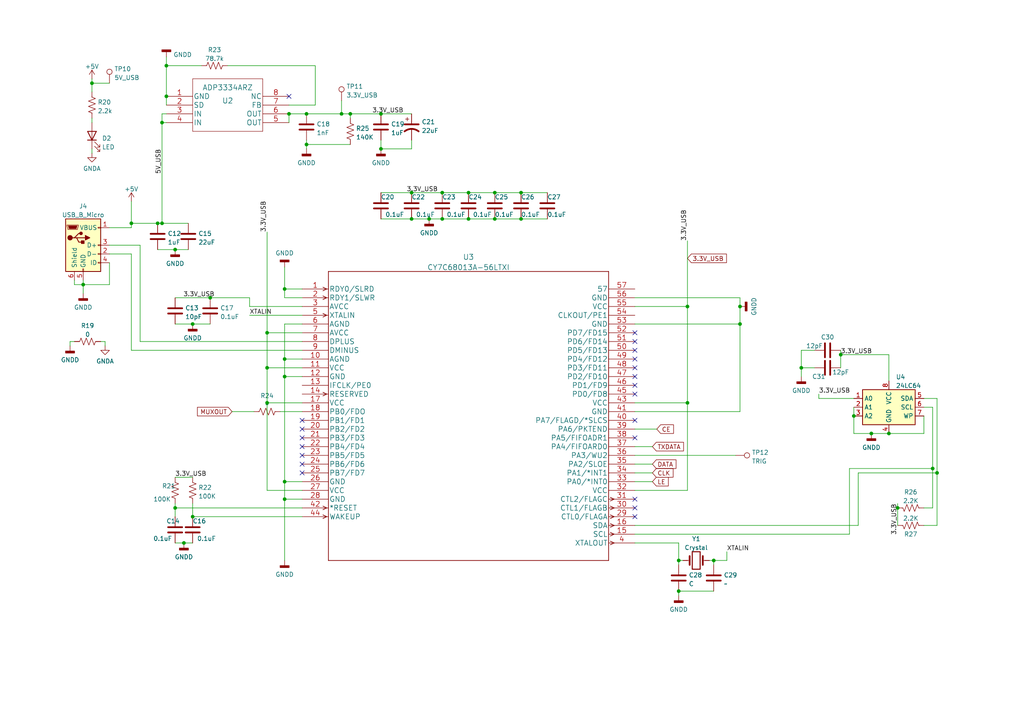
<source format=kicad_sch>
(kicad_sch (version 20211123) (generator eeschema)
  (paper "A4")
  (lib_symbols
    (symbol "2022-04-18_07-41-48:CY7C68013A-56LTXI" (pin_names (offset 0.254))
      (property "Reference" "U" (at 48.26 10.16 0))
      (property "Value" "CY7C68013A-56LTXI" (at 48.26 7.62 0))
      (symbol "CY7C68013A-56LTXI_1_1"
        (polyline (pts (xy 7.112 -66.04) (xy 6.0452 -66.548)) (stroke (width 0.2032)))
        (polyline (pts (xy 7.112 -66.04) (xy 6.0452 -65.532)) (stroke (width 0.2032)))
        (polyline (pts (xy 7.112 -63.5) (xy 6.0452 -64.008)) (stroke (width 0.2032)))
        (polyline (pts (xy 7.112 -63.5) (xy 6.0452 -62.992)) (stroke (width 0.2032)))
        (polyline (pts (xy 7.112 -30.48) (xy 6.0452 -30.988)) (stroke (width 0.2032)))
        (polyline (pts (xy 7.112 -30.48) (xy 6.0452 -29.972)) (stroke (width 0.2032)))
        (polyline (pts (xy 7.112 -7.62) (xy 6.0452 -8.128)) (stroke (width 0.2032)))
        (polyline (pts (xy 7.112 -7.62) (xy 6.0452 -7.112)) (stroke (width 0.2032)))
        (polyline (pts (xy 7.112 -2.54) (xy 6.0452 -3.048)) (stroke (width 0.2032)))
        (polyline (pts (xy 7.112 -2.54) (xy 6.0452 -2.032)) (stroke (width 0.2032)))
        (polyline (pts (xy 7.112 0) (xy 6.0452 -0.508)) (stroke (width 0.2032)))
        (polyline (pts (xy 7.112 0) (xy 6.0452 0.508)) (stroke (width 0.2032)))
        (polyline (pts (xy 7.62 -78.74) (xy 88.9 -78.74)) (stroke (width 0.2032)))
        (polyline (pts (xy 7.62 5.08) (xy 7.62 -78.74)) (stroke (width 0.2032)))
        (polyline (pts (xy 88.9 -78.74) (xy 88.9 5.08)) (stroke (width 0.2032)))
        (polyline (pts (xy 88.9 5.08) (xy 7.62 5.08)) (stroke (width 0.2032)))
        (polyline (pts (xy 89.408 -74.168) (xy 90.4748 -73.66)) (stroke (width 0.2032)))
        (polyline (pts (xy 89.408 -73.152) (xy 90.4748 -73.66)) (stroke (width 0.2032)))
        (polyline (pts (xy 89.408 -71.628) (xy 90.4748 -71.12)) (stroke (width 0.2032)))
        (polyline (pts (xy 89.408 -70.612) (xy 90.4748 -71.12)) (stroke (width 0.2032)))
        (polyline (pts (xy 89.408 -69.088) (xy 90.4748 -68.58)) (stroke (width 0.2032)))
        (polyline (pts (xy 89.408 -68.072) (xy 90.4748 -68.58)) (stroke (width 0.2032)))
        (polyline (pts (xy 89.408 -66.548) (xy 90.4748 -66.04)) (stroke (width 0.2032)))
        (polyline (pts (xy 89.408 -65.532) (xy 90.4748 -66.04)) (stroke (width 0.2032)))
        (polyline (pts (xy 89.408 -64.008) (xy 90.4748 -63.5)) (stroke (width 0.2032)))
        (polyline (pts (xy 89.408 -62.992) (xy 90.4748 -63.5)) (stroke (width 0.2032)))
        (polyline (pts (xy 89.408 -61.468) (xy 90.4748 -60.96)) (stroke (width 0.2032)))
        (polyline (pts (xy 89.408 -60.452) (xy 90.4748 -60.96)) (stroke (width 0.2032)))
        (pin input line (at 0 0 0) (length 7.62) (name "RDY0/SLRD") (number "1"))
        (pin power_in line (at 0 -20.32 0) (length 7.62) (name "AGND") (number "10"))
        (pin power_in line (at 0 -22.86 0) (length 7.62) (name "VCC") (number "11"))
        (pin power_in line (at 0 -25.4 0) (length 7.62) (name "GND") (number "12"))
        (pin unspecified line (at 0 -27.94 0) (length 7.62) (name "IFCLK/PE0") (number "13"))
        (pin input line (at 0 -30.48 0) (length 7.62) (name "RESERVED") (number "14"))
        (pin output line (at 96.52 -71.12 180) (length 7.62) (name "SCL") (number "15"))
        (pin output line (at 96.52 -68.58 180) (length 7.62) (name "SDA") (number "16"))
        (pin power_in line (at 0 -33.02 0) (length 7.62) (name "VCC") (number "17"))
        (pin unspecified line (at 0 -35.56 0) (length 7.62) (name "PB0/FDO") (number "18"))
        (pin unspecified line (at 0 -38.1 0) (length 7.62) (name "PB1/FD1") (number "19"))
        (pin input line (at 0 -2.54 0) (length 7.62) (name "RDY1/SLWR") (number "2"))
        (pin unspecified line (at 0 -40.64 0) (length 7.62) (name "PB2/FD2") (number "20"))
        (pin unspecified line (at 0 -43.18 0) (length 7.62) (name "PB3/FD3") (number "21"))
        (pin unspecified line (at 0 -45.72 0) (length 7.62) (name "PB4/FD4") (number "22"))
        (pin unspecified line (at 0 -48.26 0) (length 7.62) (name "PB5/FD5") (number "23"))
        (pin unspecified line (at 0 -50.8 0) (length 7.62) (name "PB6/FD6") (number "24"))
        (pin unspecified line (at 0 -53.34 0) (length 7.62) (name "PB7/FD7") (number "25"))
        (pin power_in line (at 0 -55.88 0) (length 7.62) (name "GND") (number "26"))
        (pin power_in line (at 0 -58.42 0) (length 7.62) (name "VCC") (number "27"))
        (pin power_in line (at 0 -60.96 0) (length 7.62) (name "GND") (number "28"))
        (pin output line (at 96.52 -66.04 180) (length 7.62) (name "CTL0/FLAGA") (number "29"))
        (pin power_in line (at 0 -5.08 0) (length 7.62) (name "AVCC") (number "3"))
        (pin output line (at 96.52 -63.5 180) (length 7.62) (name "CTL1/FLAGB") (number "30"))
        (pin output line (at 96.52 -60.96 180) (length 7.62) (name "CTL2/FLAGC") (number "31"))
        (pin power_in line (at 96.52 -58.42 180) (length 7.62) (name "VCC") (number "32"))
        (pin unspecified line (at 96.52 -55.88 180) (length 7.62) (name "PA0/*INT0") (number "33"))
        (pin unspecified line (at 96.52 -53.34 180) (length 7.62) (name "PA1/*INT1") (number "34"))
        (pin unspecified line (at 96.52 -50.8 180) (length 7.62) (name "PA2/SLOE") (number "35"))
        (pin unspecified line (at 96.52 -48.26 180) (length 7.62) (name "PA3/WU2") (number "36"))
        (pin unspecified line (at 96.52 -45.72 180) (length 7.62) (name "PA4/FIFOARD0") (number "37"))
        (pin unspecified line (at 96.52 -43.18 180) (length 7.62) (name "PA5/FIFOADR1") (number "38"))
        (pin unspecified line (at 96.52 -40.64 180) (length 7.62) (name "PA6/PKTEND") (number "39"))
        (pin output line (at 96.52 -73.66 180) (length 7.62) (name "XTALOUT") (number "4"))
        (pin unspecified line (at 96.52 -38.1 180) (length 7.62) (name "PA7/FLAGD/*SLCS") (number "40"))
        (pin power_in line (at 96.52 -35.56 180) (length 7.62) (name "GND") (number "41"))
        (pin input line (at 0 -63.5 0) (length 7.62) (name "*RESET") (number "42"))
        (pin power_in line (at 96.52 -33.02 180) (length 7.62) (name "VCC") (number "43"))
        (pin input line (at 0 -66.04 0) (length 7.62) (name "WAKEUP") (number "44"))
        (pin unspecified line (at 96.52 -30.48 180) (length 7.62) (name "PD0/FD8") (number "45"))
        (pin unspecified line (at 96.52 -27.94 180) (length 7.62) (name "PD1/FD9") (number "46"))
        (pin unspecified line (at 96.52 -25.4 180) (length 7.62) (name "PD2/FD10") (number "47"))
        (pin unspecified line (at 96.52 -22.86 180) (length 7.62) (name "PD3/FD11") (number "48"))
        (pin unspecified line (at 96.52 -20.32 180) (length 7.62) (name "PD4/FD12") (number "49"))
        (pin input line (at 0 -7.62 0) (length 7.62) (name "XTALIN") (number "5"))
        (pin unspecified line (at 96.52 -17.78 180) (length 7.62) (name "PD5/FD13") (number "50"))
        (pin unspecified line (at 96.52 -15.24 180) (length 7.62) (name "PD6/FD14") (number "51"))
        (pin unspecified line (at 96.52 -12.7 180) (length 7.62) (name "PD7/FD15") (number "52"))
        (pin power_in line (at 96.52 -10.16 180) (length 7.62) (name "GND") (number "53"))
        (pin unspecified line (at 96.52 -7.62 180) (length 7.62) (name "CLKOUT/PE1") (number "54"))
        (pin power_in line (at 96.52 -5.08 180) (length 7.62) (name "VCC") (number "55"))
        (pin power_in line (at 96.52 -2.54 180) (length 7.62) (name "GND") (number "56"))
        (pin unspecified line (at 96.52 0 180) (length 7.62) (name "57") (number "57"))
        (pin power_in line (at 0 -10.16 0) (length 7.62) (name "AGND") (number "6"))
        (pin power_in line (at 0 -12.7 0) (length 7.62) (name "AVCC") (number "7"))
        (pin unspecified line (at 0 -15.24 0) (length 7.62) (name "DPLUS") (number "8"))
        (pin unspecified line (at 0 -17.78 0) (length 7.62) (name "DMINUS") (number "9"))
      )
    )
    (symbol "2022-04-18_08-02-53:ADP3334ARZ" (pin_names (offset 0.254))
      (property "Reference" "U?" (at 17.78 -1.27 0))
      (property "Value" "ADP3334ARZ" (at 17.78 2.54 0))
      (symbol "ADP3334ARZ_1_1"
        (polyline (pts (xy 7.62 -10.16) (xy 27.94 -10.16)) (stroke (width 0.127)))
        (polyline (pts (xy 7.62 5.08) (xy 7.62 -10.16)) (stroke (width 0.127)))
        (polyline (pts (xy 27.94 -10.16) (xy 27.94 5.08)) (stroke (width 0.127)))
        (polyline (pts (xy 27.94 5.08) (xy 7.62 5.08)) (stroke (width 0.127)))
        (pin unspecified line (at 0 0 0) (length 7.62) (name "GND") (number "1"))
        (pin unspecified line (at 0 -2.54 0) (length 7.62) (name "SD") (number "2"))
        (pin unspecified line (at 0 -5.08 0) (length 7.62) (name "IN") (number "3"))
        (pin unspecified line (at 0 -7.62 0) (length 7.62) (name "IN") (number "4"))
        (pin unspecified line (at 35.56 -7.62 180) (length 7.62) (name "OUT") (number "5"))
        (pin unspecified line (at 35.56 -5.08 180) (length 7.62) (name "OUT") (number "6"))
        (pin unspecified line (at 35.56 -2.54 180) (length 7.62) (name "FB") (number "7"))
        (pin unspecified line (at 35.56 0 180) (length 7.62) (name "NC") (number "8"))
      )
    )
    (symbol "Connector:TestPoint" (pin_numbers hide) (pin_names (offset 0.762) hide)
      (property "Reference" "TP" (at 0 6.858 0))
      (property "Value" "TestPoint" (at 0 5.08 0))
      (symbol "TestPoint_0_1"
        (circle (center 0 3.302) (radius 0.762))
      )
      (symbol "TestPoint_1_1"
        (pin passive line (at 0 0 90) (length 2.54) (name "1") (number "1"))
      )
    )
    (symbol "Connector:USB_B_Micro" (pin_names (offset 1.016))
      (property "Reference" "J" (at -5.08 11.43 0))
      (property "Value" "USB_B_Micro" (at -5.08 8.89 0))
      (symbol "USB_B_Micro_0_1"
        (rectangle (start -5.08 -7.62) (end 5.08 7.62) (stroke (width 0.254)) (fill (type background)))
        (circle (center -3.81 2.159) (radius 0.635) (stroke (width 0.254)) (fill (type outline)))
        (circle (center -0.635 3.429) (radius 0.381) (stroke (width 0.254)) (fill (type outline)))
        (rectangle (start -0.127 -7.62) (end 0.127 -6.858))
        (polyline (pts (xy -1.905 2.159) (xy 0.635 2.159)) (stroke (width 0.254)))
        (polyline (pts (xy -3.175 2.159) (xy -2.54 2.159) (xy -1.27 3.429) (xy -0.635 3.429)) (stroke (width 0.254)))
        (polyline (pts (xy -2.54 2.159) (xy -1.905 2.159) (xy -1.27 0.889) (xy 0 0.889)) (stroke (width 0.254)))
        (polyline (pts (xy 0.635 2.794) (xy 0.635 1.524) (xy 1.905 2.159) (xy 0.635 2.794)) (stroke (width 0.254)) (fill (type outline)))
        (polyline (pts (xy -4.318 5.588) (xy -1.778 5.588) (xy -2.032 4.826) (xy -4.064 4.826) (xy -4.318 5.588)) (fill (type outline)))
        (polyline (pts (xy -4.699 5.842) (xy -4.699 5.588) (xy -4.445 4.826) (xy -4.445 4.572) (xy -1.651 4.572) (xy -1.651 4.826) (xy -1.397 5.588) (xy -1.397 5.842) (xy -4.699 5.842)))
        (rectangle (start 0.254 1.27) (end -0.508 0.508) (stroke (width 0.254)) (fill (type outline)))
        (rectangle (start 5.08 -5.207) (end 4.318 -4.953))
        (rectangle (start 5.08 -2.667) (end 4.318 -2.413))
        (rectangle (start 5.08 -0.127) (end 4.318 0.127))
        (rectangle (start 5.08 4.953) (end 4.318 5.207))
      )
      (symbol "USB_B_Micro_1_1"
        (pin power_out line (at 7.62 5.08 180) (length 2.54) (name "VBUS") (number "1"))
        (pin bidirectional line (at 7.62 -2.54 180) (length 2.54) (name "D-") (number "2"))
        (pin bidirectional line (at 7.62 0 180) (length 2.54) (name "D+") (number "3"))
        (pin passive line (at 7.62 -5.08 180) (length 2.54) (name "ID") (number "4"))
        (pin power_out line (at 0 -10.16 90) (length 2.54) (name "GND") (number "5"))
        (pin passive line (at -2.54 -10.16 90) (length 2.54) (name "Shield") (number "6"))
      )
    )
    (symbol "Device:C" (pin_numbers hide) (pin_names (offset 0.254))
      (property "Reference" "C" (at 0.635 2.54 0))
      (property "Value" "C" (at 0.635 -2.54 0))
      (symbol "C_0_1"
        (polyline (pts (xy -2.032 -0.762) (xy 2.032 -0.762)) (stroke (width 0.508)))
        (polyline (pts (xy -2.032 0.762) (xy 2.032 0.762)) (stroke (width 0.508)))
      )
      (symbol "C_1_1"
        (pin passive line (at 0 3.81 270) (length 2.794) (name "~") (number "1"))
        (pin passive line (at 0 -3.81 90) (length 2.794) (name "~") (number "2"))
      )
    )
    (symbol "Device:C_Polarized_US" (pin_numbers hide) (pin_names (offset 0.254) hide)
      (property "Reference" "C" (at 0.635 2.54 0))
      (property "Value" "C_Polarized_US" (at 0.635 -2.54 0))
      (symbol "C_Polarized_US_0_1"
        (polyline (pts (xy -2.032 0.762) (xy 2.032 0.762)) (stroke (width 0.508)))
        (polyline (pts (xy -1.778 2.286) (xy -0.762 2.286)))
        (polyline (pts (xy -1.27 1.778) (xy -1.27 2.794)))
        (arc (start 2.032 -1.27) (mid 0 -0.5572) (end -2.032 -1.27) (stroke (width 0.508)))
      )
      (symbol "C_Polarized_US_1_1"
        (pin passive line (at 0 3.81 270) (length 2.794) (name "~") (number "1"))
        (pin passive line (at 0 -3.81 90) (length 3.302) (name "~") (number "2"))
      )
    )
    (symbol "Device:Crystal" (pin_numbers hide) (pin_names (offset 1.016) hide)
      (property "Reference" "Y" (at 0 3.81 0))
      (property "Value" "Crystal" (at 0 -3.81 0))
      (symbol "Crystal_0_1"
        (rectangle (start -1.143 2.54) (end 1.143 -2.54) (stroke (width 0.3048)))
        (polyline (pts (xy -2.54 0) (xy -1.905 0)))
        (polyline (pts (xy -1.905 -1.27) (xy -1.905 1.27)) (stroke (width 0.508)))
        (polyline (pts (xy 1.905 -1.27) (xy 1.905 1.27)) (stroke (width 0.508)))
        (polyline (pts (xy 2.54 0) (xy 1.905 0)))
      )
      (symbol "Crystal_1_1"
        (pin passive line (at -3.81 0 0) (length 1.27) (name "1") (number "1"))
        (pin passive line (at 3.81 0 180) (length 1.27) (name "2") (number "2"))
      )
    )
    (symbol "Device:LED" (pin_numbers hide) (pin_names (offset 1.016) hide)
      (property "Reference" "D" (at 0 2.54 0))
      (property "Value" "LED" (at 0 -2.54 0))
      (symbol "LED_0_1"
        (polyline (pts (xy -1.27 -1.27) (xy -1.27 1.27)) (stroke (width 0.254)))
        (polyline (pts (xy -1.27 0) (xy 1.27 0)))
        (polyline (pts (xy 1.27 -1.27) (xy 1.27 1.27) (xy -1.27 0) (xy 1.27 -1.27)) (stroke (width 0.254)))
        (polyline (pts (xy -3.048 -0.762) (xy -4.572 -2.286) (xy -3.81 -2.286) (xy -4.572 -2.286) (xy -4.572 -1.524)))
        (polyline (pts (xy -1.778 -0.762) (xy -3.302 -2.286) (xy -2.54 -2.286) (xy -3.302 -2.286) (xy -3.302 -1.524)))
      )
      (symbol "LED_1_1"
        (pin passive line (at -3.81 0 0) (length 2.54) (name "K") (number "1"))
        (pin passive line (at 3.81 0 180) (length 2.54) (name "A") (number "2"))
      )
    )
    (symbol "Device:R_US" (pin_numbers hide) (pin_names (offset 0))
      (property "Reference" "R" (at 2.54 0 90))
      (property "Value" "R_US" (at -2.54 0 90))
      (symbol "R_US_0_1"
        (polyline (pts (xy 0 -2.286) (xy 0 -2.54)))
        (polyline (pts (xy 0 2.286) (xy 0 2.54)))
        (polyline (pts (xy 0 -0.762) (xy 1.016 -1.143) (xy 0 -1.524) (xy -1.016 -1.905) (xy 0 -2.286)))
        (polyline (pts (xy 0 0.762) (xy 1.016 0.381) (xy 0 0) (xy -1.016 -0.381) (xy 0 -0.762)))
        (polyline (pts (xy 0 2.286) (xy 1.016 1.905) (xy 0 1.524) (xy -1.016 1.143) (xy 0 0.762)))
      )
      (symbol "R_US_1_1"
        (pin passive line (at 0 3.81 270) (length 1.27) (name "~") (number "1"))
        (pin passive line (at 0 -3.81 90) (length 1.27) (name "~") (number "2"))
      )
    )
    (symbol "Memory_EEPROM:24LC64"
      (property "Reference" "U" (at -6.35 6.35 0))
      (property "Value" "24LC64" (at 1.27 6.35 0))
      (symbol "24LC64_1_1"
        (rectangle (start -7.62 5.08) (end 7.62 -5.08) (stroke (width 0.254)) (fill (type background)))
        (pin input line (at -10.16 2.54 0) (length 2.54) (name "A0") (number "1"))
        (pin input line (at -10.16 0 0) (length 2.54) (name "A1") (number "2"))
        (pin input line (at -10.16 -2.54 0) (length 2.54) (name "A2") (number "3"))
        (pin power_in line (at 0 -7.62 90) (length 2.54) (name "GND") (number "4"))
        (pin bidirectional line (at 10.16 2.54 180) (length 2.54) (name "SDA") (number "5"))
        (pin input line (at 10.16 0 180) (length 2.54) (name "SCL") (number "6"))
        (pin input line (at 10.16 -2.54 180) (length 2.54) (name "WP") (number "7"))
        (pin power_in line (at 0 7.62 270) (length 2.54) (name "VCC") (number "8"))
      )
    )
    (symbol "power:+5V" (power) (pin_names (offset 0))
      (property "Value" "+5V" (at 0 3.556 0))
      (symbol "+5V_0_1"
        (polyline (pts (xy -0.762 1.27) (xy 0 2.54)))
        (polyline (pts (xy 0 0) (xy 0 2.54)))
        (polyline (pts (xy 0 2.54) (xy 0.762 1.27)))
      )
      (symbol "+5V_1_1"
        (pin power_in line (at 0 0 90) (length 0) hide (name "+5V") (number "1"))
      )
    )
    (symbol "power:GNDA" (power) (pin_names (offset 0))
      (property "Value" "GNDA" (at 0 -3.81 0))
      (symbol "GNDA_0_1"
        (polyline (pts (xy 0 0) (xy 0 -1.27) (xy 1.27 -1.27) (xy 0 -2.54) (xy -1.27 -1.27) (xy 0 -1.27)))
      )
      (symbol "GNDA_1_1"
        (pin power_in line (at 0 0 270) (length 0) hide (name "GNDA") (number "1"))
      )
    )
    (symbol "power:GNDD" (power) (pin_names (offset 0))
      (property "Value" "GNDD" (at 0 -3.175 0))
      (symbol "GNDD_0_1"
        (rectangle (start -1.27 -1.524) (end 1.27 -2.032) (stroke (width 0.254)) (fill (type outline)))
        (polyline (pts (xy 0 0) (xy 0 -1.524)))
      )
      (symbol "GNDD_1_1"
        (pin power_in line (at 0 0 270) (length 0) hide (name "GNDD") (number "1"))
      )
    )
  )
  (junction (at 143.51 55.88))
  (junction (at 88.9 41.91))
  (junction (at 199.39 88.9))
  (junction (at 82.55 109.22))
  (junction (at 151.13 55.88))
  (junction (at 143.51 63.5))
  (junction (at 88.9 33.02))
  (junction (at 50.8 147.32))
  (junction (at 99.06 33.02))
  (junction (at 214.63 88.9))
  (junction (at 77.47 106.68))
  (junction (at 55.88 149.86))
  (junction (at 60.96 86.36))
  (junction (at 124.46 63.5))
  (junction (at 24.13 82.55))
  (junction (at 232.41 106.68))
  (junction (at 128.27 55.88))
  (junction (at 82.55 144.78))
  (junction (at 48.26 19.05))
  (junction (at 45.72 64.77))
  (junction (at 48.26 27.94))
  (junction (at 196.85 171.45))
  (junction (at 135.89 63.5))
  (junction (at 270.51 135.89))
  (junction (at 119.38 63.5))
  (junction (at 83.82 33.02))
  (junction (at 260.35 147.32))
  (junction (at 271.78 137.16))
  (junction (at 207.01 162.56))
  (junction (at 252.73 125.73))
  (junction (at 257.81 125.73))
  (junction (at 119.38 55.88))
  (junction (at 199.39 116.84))
  (junction (at 101.6 33.02))
  (junction (at 55.88 93.98))
  (junction (at 82.55 83.82))
  (junction (at 82.55 104.14))
  (junction (at 77.47 96.52))
  (junction (at 46.99 64.77))
  (junction (at 128.27 63.5))
  (junction (at 196.85 162.56))
  (junction (at 135.89 55.88))
  (junction (at 26.67 24.13))
  (junction (at 110.49 43.18))
  (junction (at 151.13 63.5))
  (junction (at 46.99 35.56))
  (junction (at 50.8 72.39))
  (junction (at 77.47 116.84))
  (junction (at 38.1 64.77))
  (junction (at 214.63 93.98))
  (junction (at 243.84 102.87))
  (junction (at 53.34 157.48))
  (junction (at 247.65 120.65))
  (junction (at 82.55 139.7))
  (junction (at 110.49 33.02))
  (no_connect (at 184.15 144.78))
  (no_connect (at 184.15 149.86))
  (no_connect (at 184.15 147.32))
  (no_connect (at 184.15 104.14))
  (no_connect (at 184.15 99.06))
  (no_connect (at 184.15 96.52))
  (no_connect (at 83.82 27.94))
  (no_connect (at 184.15 114.3))
  (no_connect (at 184.15 111.76))
  (no_connect (at 184.15 109.22))
  (no_connect (at 184.15 106.68))
  (no_connect (at 184.15 101.6))
  (no_connect (at 87.63 129.54))
  (no_connect (at 87.63 124.46))
  (no_connect (at 87.63 127))
  (no_connect (at 87.63 121.92))
  (no_connect (at 87.63 134.62))
  (no_connect (at 87.63 137.16))
  (no_connect (at 87.63 132.08))
  (no_connect (at 184.15 127))
  (no_connect (at 184.15 121.92))
  (wire (pts (xy 48.26 27.94) (xy 48.26 30.48)))
  (wire (pts (xy 31.75 66.04) (xy 38.1 66.04)))
  (wire (pts (xy 128.27 63.5) (xy 135.89 63.5)))
  (wire (pts (xy 24.13 82.55) (xy 24.13 85.09)))
  (wire (pts (xy 184.15 137.16) (xy 189.23 137.16)))
  (wire (pts (xy 270.51 118.11) (xy 270.51 135.89)))
  (wire (pts (xy 199.39 69.85) (xy 199.39 88.9)))
  (wire (pts (xy 184.15 119.38) (xy 214.63 119.38)))
  (wire (pts (xy 77.47 96.52) (xy 87.63 96.52)))
  (wire (pts (xy 184.15 154.94) (xy 246.38 154.94)))
  (wire (pts (xy 252.73 125.73) (xy 257.81 125.73)))
  (wire (pts (xy 87.63 93.98) (xy 82.55 93.98)))
  (wire (pts (xy 31.75 76.2) (xy 31.75 82.55)))
  (wire (pts (xy 20.32 100.33) (xy 20.32 99.06)))
  (wire (pts (xy 184.15 88.9) (xy 199.39 88.9)))
  (wire (pts (xy 31.75 82.55) (xy 24.13 82.55)))
  (wire (pts (xy 232.41 106.68) (xy 236.22 106.68)))
  (wire (pts (xy 50.8 93.98) (xy 55.88 93.98)))
  (wire (pts (xy 20.32 99.06) (xy 21.59 99.06)))
  (wire (pts (xy 270.51 147.32) (xy 267.97 147.32)))
  (wire (pts (xy 38.1 101.6) (xy 87.63 101.6)))
  (wire (pts (xy 99.06 33.02) (xy 88.9 33.02)))
  (wire (pts (xy 260.35 147.32) (xy 260.35 152.4)))
  (wire (pts (xy 26.67 24.13) (xy 26.67 26.67)))
  (wire (pts (xy 271.78 115.57) (xy 271.78 137.16)))
  (wire (pts (xy 82.55 93.98) (xy 82.55 104.14)))
  (wire (pts (xy 101.6 33.02) (xy 101.6 34.29)))
  (wire (pts (xy 46.99 35.56) (xy 46.99 33.02)))
  (wire (pts (xy 46.99 64.77) (xy 46.99 35.56)))
  (wire (pts (xy 87.63 144.78) (xy 82.55 144.78)))
  (wire (pts (xy 184.15 132.08) (xy 213.36 132.08)))
  (wire (pts (xy 196.85 157.48) (xy 196.85 162.56)))
  (wire (pts (xy 101.6 33.02) (xy 110.49 33.02)))
  (wire (pts (xy 110.49 63.5) (xy 119.38 63.5)))
  (wire (pts (xy 135.89 55.88) (xy 143.51 55.88)))
  (wire (pts (xy 38.1 64.77) (xy 45.72 64.77)))
  (wire (pts (xy 247.65 120.65) (xy 247.65 125.73)))
  (wire (pts (xy 29.21 99.06) (xy 30.48 99.06)))
  (wire (pts (xy 196.85 171.45) (xy 196.85 172.72)))
  (wire (pts (xy 82.55 109.22) (xy 82.55 139.7)))
  (wire (pts (xy 246.38 154.94) (xy 246.38 135.89)))
  (wire (pts (xy 184.15 116.84) (xy 199.39 116.84)))
  (wire (pts (xy 50.8 72.39) (xy 54.61 72.39)))
  (wire (pts (xy 46.99 64.77) (xy 54.61 64.77)))
  (wire (pts (xy 77.47 106.68) (xy 87.63 106.68)))
  (wire (pts (xy 88.9 40.64) (xy 88.9 41.91)))
  (wire (pts (xy 267.97 152.4) (xy 271.78 152.4)))
  (wire (pts (xy 55.88 146.05) (xy 55.88 149.86)))
  (wire (pts (xy 26.67 22.86) (xy 26.67 24.13)))
  (wire (pts (xy 82.55 77.47) (xy 82.55 83.82)))
  (wire (pts (xy 232.41 101.6) (xy 232.41 106.68)))
  (wire (pts (xy 184.15 142.24) (xy 199.39 142.24)))
  (wire (pts (xy 184.15 152.4) (xy 248.92 152.4)))
  (wire (pts (xy 82.55 144.78) (xy 82.55 162.56)))
  (wire (pts (xy 248.92 137.16) (xy 271.78 137.16)))
  (wire (pts (xy 196.85 171.45) (xy 207.01 171.45)))
  (wire (pts (xy 26.67 43.18) (xy 26.67 44.45)))
  (wire (pts (xy 128.27 55.88) (xy 135.89 55.88)))
  (wire (pts (xy 50.8 147.32) (xy 50.8 149.86)))
  (wire (pts (xy 247.65 115.57) (xy 237.49 115.57)))
  (wire (pts (xy 21.59 82.55) (xy 24.13 82.55)))
  (wire (pts (xy 81.28 119.38) (xy 87.63 119.38)))
  (wire (pts (xy 119.38 40.64) (xy 119.38 43.18)))
  (wire (pts (xy 72.39 88.9) (xy 87.63 88.9)))
  (wire (pts (xy 151.13 55.88) (xy 158.75 55.88)))
  (wire (pts (xy 247.65 125.73) (xy 252.73 125.73)))
  (wire (pts (xy 267.97 115.57) (xy 271.78 115.57)))
  (wire (pts (xy 110.49 55.88) (xy 119.38 55.88)))
  (wire (pts (xy 83.82 33.02) (xy 88.9 33.02)))
  (wire (pts (xy 38.1 66.04) (xy 38.1 64.77)))
  (wire (pts (xy 267.97 118.11) (xy 270.51 118.11)))
  (wire (pts (xy 87.63 99.06) (xy 40.64 99.06)))
  (wire (pts (xy 82.55 139.7) (xy 82.55 144.78)))
  (wire (pts (xy 24.13 81.28) (xy 24.13 82.55)))
  (wire (pts (xy 199.39 116.84) (xy 199.39 142.24)))
  (wire (pts (xy 91.44 30.48) (xy 83.82 30.48)))
  (wire (pts (xy 151.13 63.5) (xy 158.75 63.5)))
  (wire (pts (xy 232.41 106.68) (xy 232.41 109.22)))
  (wire (pts (xy 214.63 93.98) (xy 214.63 119.38)))
  (wire (pts (xy 40.64 99.06) (xy 40.64 71.12)))
  (wire (pts (xy 207.01 162.56) (xy 207.01 163.83)))
  (wire (pts (xy 50.8 146.05) (xy 50.8 147.32)))
  (wire (pts (xy 246.38 135.89) (xy 270.51 135.89)))
  (wire (pts (xy 124.46 63.5) (xy 128.27 63.5)))
  (wire (pts (xy 196.85 162.56) (xy 198.12 162.56)))
  (wire (pts (xy 91.44 19.05) (xy 91.44 30.48)))
  (wire (pts (xy 267.97 120.65) (xy 267.97 125.73)))
  (wire (pts (xy 38.1 64.77) (xy 38.1 58.42)))
  (wire (pts (xy 55.88 149.86) (xy 87.63 149.86)))
  (wire (pts (xy 50.8 86.36) (xy 60.96 86.36)))
  (wire (pts (xy 243.84 102.87) (xy 243.84 101.6)))
  (wire (pts (xy 210.82 160.02) (xy 210.82 162.56)))
  (wire (pts (xy 184.15 129.54) (xy 189.23 129.54)))
  (wire (pts (xy 271.78 137.16) (xy 271.78 152.4)))
  (wire (pts (xy 83.82 33.02) (xy 83.82 35.56)))
  (wire (pts (xy 205.74 162.56) (xy 207.01 162.56)))
  (wire (pts (xy 87.63 142.24) (xy 77.47 142.24)))
  (wire (pts (xy 77.47 116.84) (xy 77.47 142.24)))
  (wire (pts (xy 77.47 67.31) (xy 77.47 96.52)))
  (wire (pts (xy 40.64 71.12) (xy 31.75 71.12)))
  (wire (pts (xy 119.38 63.5) (xy 124.46 63.5)))
  (wire (pts (xy 248.92 152.4) (xy 248.92 137.16)))
  (wire (pts (xy 257.81 125.73) (xy 267.97 125.73)))
  (wire (pts (xy 55.88 93.98) (xy 60.96 93.98)))
  (wire (pts (xy 184.15 93.98) (xy 214.63 93.98)))
  (wire (pts (xy 50.8 138.43) (xy 55.88 138.43)))
  (wire (pts (xy 99.06 29.21) (xy 99.06 33.02)))
  (wire (pts (xy 184.15 134.62) (xy 189.23 134.62)))
  (wire (pts (xy 237.49 115.57) (xy 237.49 114.3)))
  (wire (pts (xy 243.84 102.87) (xy 243.84 106.68)))
  (wire (pts (xy 50.8 147.32) (xy 87.63 147.32)))
  (wire (pts (xy 66.04 19.05) (xy 91.44 19.05)))
  (wire (pts (xy 82.55 104.14) (xy 82.55 109.22)))
  (wire (pts (xy 87.63 116.84) (xy 77.47 116.84)))
  (wire (pts (xy 88.9 41.91) (xy 88.9 43.18)))
  (wire (pts (xy 31.75 24.13) (xy 26.67 24.13)))
  (wire (pts (xy 260.35 146.05) (xy 260.35 147.32)))
  (wire (pts (xy 110.49 40.64) (xy 110.49 43.18)))
  (wire (pts (xy 45.72 72.39) (xy 50.8 72.39)))
  (wire (pts (xy 184.15 124.46) (xy 190.5 124.46)))
  (wire (pts (xy 72.39 86.36) (xy 72.39 88.9)))
  (wire (pts (xy 270.51 135.89) (xy 270.51 147.32)))
  (wire (pts (xy 77.47 96.52) (xy 77.47 106.68)))
  (wire (pts (xy 82.55 83.82) (xy 87.63 83.82)))
  (wire (pts (xy 199.39 88.9) (xy 199.39 116.84)))
  (wire (pts (xy 247.65 118.11) (xy 247.65 120.65)))
  (wire (pts (xy 119.38 55.88) (xy 128.27 55.88)))
  (wire (pts (xy 72.39 91.44) (xy 87.63 91.44)))
  (wire (pts (xy 50.8 157.48) (xy 53.34 157.48)))
  (wire (pts (xy 60.96 86.36) (xy 72.39 86.36)))
  (wire (pts (xy 99.06 33.02) (xy 101.6 33.02)))
  (wire (pts (xy 88.9 41.91) (xy 101.6 41.91)))
  (wire (pts (xy 26.67 34.29) (xy 26.67 35.56)))
  (wire (pts (xy 67.31 119.38) (xy 73.66 119.38)))
  (wire (pts (xy 77.47 106.68) (xy 77.47 116.84)))
  (wire (pts (xy 184.15 139.7) (xy 189.23 139.7)))
  (wire (pts (xy 184.15 86.36) (xy 214.63 86.36)))
  (wire (pts (xy 82.55 86.36) (xy 82.55 83.82)))
  (wire (pts (xy 46.99 35.56) (xy 48.26 35.56)))
  (wire (pts (xy 87.63 109.22) (xy 82.55 109.22)))
  (wire (pts (xy 87.63 139.7) (xy 82.55 139.7)))
  (wire (pts (xy 196.85 163.83) (xy 196.85 162.56)))
  (wire (pts (xy 30.48 99.06) (xy 30.48 100.33)))
  (wire (pts (xy 257.81 110.49) (xy 257.81 102.87)))
  (wire (pts (xy 53.34 157.48) (xy 55.88 157.48)))
  (wire (pts (xy 31.75 73.66) (xy 38.1 73.66)))
  (wire (pts (xy 257.81 102.87) (xy 243.84 102.87)))
  (wire (pts (xy 87.63 86.36) (xy 82.55 86.36)))
  (wire (pts (xy 45.72 64.77) (xy 46.99 64.77)))
  (wire (pts (xy 58.42 19.05) (xy 48.26 19.05)))
  (wire (pts (xy 48.26 19.05) (xy 48.26 27.94)))
  (wire (pts (xy 119.38 43.18) (xy 110.49 43.18)))
  (wire (pts (xy 214.63 88.9) (xy 214.63 93.98)))
  (wire (pts (xy 184.15 157.48) (xy 196.85 157.48)))
  (wire (pts (xy 48.26 16.51) (xy 48.26 19.05)))
  (wire (pts (xy 110.49 33.02) (xy 119.38 33.02)))
  (wire (pts (xy 236.22 101.6) (xy 232.41 101.6)))
  (wire (pts (xy 21.59 81.28) (xy 21.59 82.55)))
  (wire (pts (xy 143.51 63.5) (xy 151.13 63.5)))
  (wire (pts (xy 210.82 162.56) (xy 207.01 162.56)))
  (wire (pts (xy 135.89 63.5) (xy 143.51 63.5)))
  (wire (pts (xy 46.99 33.02) (xy 48.26 33.02)))
  (wire (pts (xy 143.51 55.88) (xy 151.13 55.88)))
  (wire (pts (xy 214.63 86.36) (xy 214.63 88.9)))
  (wire (pts (xy 38.1 73.66) (xy 38.1 101.6)))
  (wire (pts (xy 87.63 104.14) (xy 82.55 104.14)))
  (label "3.3V_USB" (at 243.84 102.87 0))
  (label "3.3V_USB" (at 199.39 69.85 90))
  (label "5V_USB" (at 46.99 43.18 270))
  (label "3.3V_USB" (at 127 55.88 180))
  (label "XTALIN" (at 72.39 91.44 0))
  (label "3.3V_USB" (at 50.8 138.43 0))
  (label "3.3V_USB" (at 237.49 114.3 0))
  (label "XTALIN" (at 210.82 160.02 0))
  (label "3.3V_USB" (at 62.23 86.36 180))
  (label "3.3V_USB" (at 77.47 67.31 90))
  (label "3.3V_USB" (at 107.95 33.02 0))
  (label "3.3V_USB" (at 260.35 146.05 270))
  (global_label "MUXOUT" (shape input) (at 67.31 119.38 180) (property "Intersheet References" "${INTERSHEET_REFS}" (effects hide)))
  (global_label "TXDATA" (shape input) (at 189.23 129.54 0) (property "Intersheet References" "${INTERSHEET_REFS}" (effects hide)))
  (global_label "LE" (shape input) (at 189.23 139.7 0) (property "Intersheet References" "${INTERSHEET_REFS}" (effects hide)))
  (global_label "CLK" (shape input) (at 189.23 137.16 0) (property "Intersheet References" "${INTERSHEET_REFS}" (effects hide)))
  (global_label "DATA" (shape input) (at 189.23 134.62 0) (property "Intersheet References" "${INTERSHEET_REFS}" (effects hide)))
  (global_label "3.3V_USB" (shape input) (at 199.39 74.93 0) (property "Intersheet References" "${INTERSHEET_REFS}" (effects hide)))
  (global_label "CE" (shape input) (at 190.5 124.46 0) (property "Intersheet References" "${INTERSHEET_REFS}" (effects hide)))
  (symbol (lib_id "power:GNDD") (at 110.49 43.18 0) (unit 1)
    (property "Reference" "#PWR0140" (effects hide))
    (property "Value" "GNDD" (at 110.49 47.2424 0))
  )
  (symbol (lib_id "power:GNDD") (at 232.41 109.22 0) (unit 1)
    (property "Reference" "#PWR0136" (effects hide))
    (property "Value" "GNDD" (at 232.41 113.2824 0))
  )
  (symbol (lib_id "Device:C") (at 60.96 90.17 0) (unit 1)
    (property "Reference" "C17" (at 63.881 89.3353 0) (effects (justify left)))
    (property "Value" "0.1uF" (at 63.881 91.8722 0) (effects (justify left)))
    (property "Footprint" "Capacitor_SMD:C_0201_0603Metric_Pad0.64x0.40mm_HandSolder" (effects hide))
  )
  (symbol (lib_id "Device:C") (at 143.51 59.69 0) (unit 1)
    (property "Reference" "C25" (at 143.51 57.15 0) (effects (justify left)))
    (property "Value" "0.1uF" (at 143.51 62.23 0) (effects (justify left)))
    (property "Footprint" "Capacitor_SMD:C_0201_0603Metric_Pad0.64x0.40mm_HandSolder" (effects hide))
  )
  (symbol (lib_id "Connector:USB_B_Micro") (at 24.13 71.12 0) (unit 1)
    (property "Reference" "J4" (at 24.13 59.8002 0))
    (property "Value" "USB_B_Micro" (at 24.13 62.3371 0))
    (property "Footprint" "Connector_USB:USB_Micro-B_Molex-105133-0031" (effects hide))
  )
  (symbol (lib_id "power:GNDD") (at 50.8 72.39 0) (unit 1)
    (property "Reference" "#PWR0130" (effects hide))
    (property "Value" "GNDD" (at 50.8 76.4524 0))
  )
  (symbol (lib_id "Device:R_US") (at 264.16 152.4 90) (mirror x) (unit 1)
    (property "Reference" "R27" (at 264.16 154.94 90))
    (property "Value" "2.2K" (at 264.16 150.3481 90))
    (property "Footprint" "Resistor_SMD:R_0201_0603Metric" (effects hide))
  )
  (symbol (lib_id "power:GNDD") (at 55.88 93.98 0) (unit 1)
    (property "Reference" "#PWR0131" (effects hide))
    (property "Value" "GNDD" (at 55.88 98.0424 0))
  )
  (symbol (lib_id "Device:C") (at 110.49 59.69 0) (unit 1)
    (property "Reference" "C20" (at 110.49 57.15 0) (effects (justify left)))
    (property "Value" "0.1uF" (at 111.76 62.23 0) (effects (justify left)))
    (property "Footprint" "Capacitor_SMD:C_0201_0603Metric_Pad0.64x0.40mm_HandSolder" (effects hide))
  )
  (symbol (lib_id "power:GNDD") (at 252.73 125.73 0) (unit 1)
    (property "Reference" "#PWR0137" (effects hide))
    (property "Value" "GNDD" (at 252.73 129.7924 0))
  )
  (symbol (lib_id "Device:C") (at 207.01 167.64 0) (unit 1)
    (property "Reference" "C29" (at 209.931 166.8053 0) (effects (justify left)))
    (property "Value" "~" (at 209.931 169.3422 0) (effects (justify left)))
    (property "Footprint" "Capacitor_SMD:C_0402_1005Metric" (effects hide))
  )
  (symbol (lib_id "power:GNDA") (at 26.67 44.45 0) (unit 1)
    (property "Reference" "#PWR0124" (effects hide))
    (property "Value" "GNDA" (at 26.67 48.8934 0))
  )
  (symbol (lib_id "Device:R_US") (at 26.67 30.48 0) (unit 1)
    (property "Reference" "R20" (at 28.321 29.6453 0) (effects (justify left)))
    (property "Value" "2.2k" (at 28.321 32.1822 0) (effects (justify left)))
    (property "Footprint" "Resistor_SMD:R_0201_0603Metric" (effects hide))
  )
  (symbol (lib_id "power:GNDA") (at 30.48 100.33 0) (unit 1)
    (property "Reference" "#PWR0133" (effects hide))
    (property "Value" "GNDA" (at 30.48 104.7734 0))
  )
  (symbol (lib_id "Device:C") (at 110.49 36.83 0) (unit 1)
    (property "Reference" "C19" (at 113.411 35.9953 0) (effects (justify left)))
    (property "Value" "1uF" (at 113.411 38.5322 0) (effects (justify left)))
    (property "Footprint" "Capacitor_SMD:C_0402_1005Metric" (effects hide))
  )
  (symbol (lib_id "power:GNDD") (at 196.85 172.72 0) (unit 1)
    (property "Reference" "#PWR0138" (effects hide))
    (property "Value" "GNDD" (at 196.85 176.7824 0))
  )
  (symbol (lib_id "2022-04-18_07-41-48:CY7C68013A-56LTXI") (at 87.63 83.82 0) (unit 1)
    (property "Reference" "U3" (at 135.89 74.5543 0) (effects (font (size 1.524 1.524))))
    (property "Value" "CY7C68013A-56LTXI" (at 135.89 77.5477 0) (effects (font (size 1.524 1.524))))
    (property "Footprint" "cy7c68013:CY7C68013A-56LTXI" (effects hide))
  )
  (symbol (lib_id "Device:C") (at 50.8 90.17 0) (unit 1)
    (property "Reference" "C13" (at 53.721 89.3353 0) (effects (justify left)))
    (property "Value" "10pF" (at 53.721 91.8722 0) (effects (justify left)))
    (property "Footprint" "Capacitor_SMD:C_0201_0603Metric_Pad0.64x0.40mm_HandSolder" (effects hide))
  )
  (symbol (lib_id "power:GNDD") (at 88.9 43.18 0) (unit 1)
    (property "Reference" "#PWR0128" (effects hide))
    (property "Value" "GNDD" (at 88.9 47.2424 0))
  )
  (symbol (lib_id "Device:R_US") (at 55.88 142.24 180) (unit 1) (in_bom no)
    (property "Reference" "R22" (at 57.531 141.4053 0) (effects (justify right)))
    (property "Value" "100K" (at 57.531 143.9422 0) (effects (justify right)))
    (property "Footprint" "Resistor_SMD:R_0201_0603Metric" (effects hide))
  )
  (symbol (lib_id "Device:C") (at 240.03 106.68 90) (unit 1)
    (property "Reference" "C31" (at 237.49 109.22 90))
    (property "Value" "12pF" (at 243.84 107.95 90))
    (property "Footprint" "Capacitor_SMD:C_0201_0603Metric_Pad0.64x0.40mm_HandSolder" (effects hide))
  )
  (symbol (lib_id "Device:C_Polarized_US") (at 119.38 36.83 0) (unit 1)
    (property "Reference" "C21" (at 122.301 35.3603 0) (effects (justify left)))
    (property "Value" "22uF" (at 122.301 37.8972 0) (effects (justify left)))
    (property "Footprint" "Capacitor_SMD:C_0402_1005Metric" (effects hide))
  )
  (symbol (lib_id "Device:C") (at 240.03 101.6 90) (unit 1)
    (property "Reference" "C30" (at 240.03 97.79 90))
    (property "Value" "12pF" (at 236.22 100.33 90))
    (property "Footprint" "Capacitor_SMD:C_0201_0603Metric_Pad0.64x0.40mm_HandSolder" (effects hide))
  )
  (symbol (lib_id "Device:C") (at 55.88 153.67 0) (unit 1)
    (property "Reference" "C16" (at 55.88 151.13 0) (effects (justify left)))
    (property "Value" "0.1uF" (at 57.15 156.21 0) (effects (justify left)))
    (property "Footprint" "Capacitor_SMD:C_0201_0603Metric_Pad0.64x0.40mm_HandSolder" (effects hide))
  )
  (symbol (lib_id "power:+5V") (at 38.1 58.42 0) (unit 1)
    (property "Reference" "#PWR0125" (effects hide))
    (property "Value" "+5V" (at 38.1 54.8442 0))
  )
  (symbol (lib_id "power:GNDD") (at 124.46 63.5 0) (unit 1)
    (property "Reference" "#PWR0127" (effects hide))
    (property "Value" "GNDD" (at 124.46 67.5624 0))
  )
  (symbol (lib_id "Connector:TestPoint") (at 31.75 24.13 0) (unit 1)
    (property "Reference" "TP10" (at 33.147 19.9933 0) (effects (justify left)))
    (property "Value" "5V_USB" (at 33.147 22.5302 0) (effects (justify left)))
    (property "Footprint" "TestPoint:TestPoint_Loop_D1.80mm_Drill1.0mm_Beaded" (effects hide))
  )
  (symbol (lib_id "Device:LED") (at 26.67 39.37 90) (unit 1)
    (property "Reference" "D2" (at 29.591 40.1228 90) (effects (justify right)))
    (property "Value" "LED" (at 29.591 42.6597 90) (effects (justify right)))
    (property "Footprint" "LED_SMD:LED_0201_0603Metric" (effects hide))
  )
  (symbol (lib_id "power:GNDD") (at 48.26 16.51 180) (unit 1)
    (property "Reference" "#PWR0123" (effects hide))
    (property "Value" "GNDD" (at 50.292 15.8643 0) (effects (justify right)))
  )
  (symbol (lib_id "Device:C") (at 45.72 68.58 0) (unit 1)
    (property "Reference" "C12" (at 48.641 67.7453 0) (effects (justify left)))
    (property "Value" "1uF" (at 48.641 70.2822 0) (effects (justify left)))
    (property "Footprint" "Capacitor_SMD:C_0603_1608Metric" (effects hide))
  )
  (symbol (lib_id "Device:R_US") (at 25.4 99.06 90) (unit 1)
    (property "Reference" "R19" (at 25.4 94.4712 90))
    (property "Value" "0" (at 25.4 97.0081 90))
    (property "Footprint" "Resistor_SMD:R_0201_0603Metric" (effects hide))
  )
  (symbol (lib_id "Device:R_US") (at 62.23 19.05 90) (unit 1)
    (property "Reference" "R23" (at 62.23 14.4612 90))
    (property "Value" "78.7k" (at 62.23 16.9981 90))
    (property "Footprint" "Resistor_SMD:R_0201_0603Metric_Pad0.64x0.40mm_HandSolder" (effects hide))
  )
  (symbol (lib_id "2022-04-18_08-02-53:ADP3334ARZ") (at 48.26 27.94 0) (unit 1)
    (property "Reference" "U2" (at 66.04 29.21 0) (effects (font (size 1.524 1.524))))
    (property "Value" "ADP3334ARZ" (at 66.04 25.4 0) (effects (font (size 1.524 1.524))))
    (property "Footprint" "adp334arz:ADP3334ARZ" (effects hide))
  )
  (symbol (lib_id "Device:C") (at 128.27 59.69 0) (unit 1)
    (property "Reference" "C23" (at 128.27 57.15 0) (effects (justify left)))
    (property "Value" "0.1uF" (at 129.54 62.23 0) (effects (justify left)))
    (property "Footprint" "Capacitor_SMD:C_0201_0603Metric_Pad0.64x0.40mm_HandSolder" (effects hide))
  )
  (symbol (lib_id "Device:C") (at 50.8 153.67 0) (unit 1)
    (property "Reference" "C14" (at 48.26 151.13 0) (effects (justify left)))
    (property "Value" "0.1uF" (at 44.45 156.21 0) (effects (justify left)))
    (property "Footprint" "Capacitor_SMD:C_0201_0603Metric_Pad0.64x0.40mm_HandSolder" (effects hide))
  )
  (symbol (lib_id "power:+5V") (at 26.67 22.86 0) (unit 1)
    (property "Reference" "#PWR0122" (effects hide))
    (property "Value" "+5V" (at 26.67 19.2842 0))
  )
  (symbol (lib_id "Device:C") (at 158.75 59.69 0) (unit 1)
    (property "Reference" "C27" (at 158.75 57.15 0) (effects (justify left)))
    (property "Value" "0.1uF" (at 158.75 62.23 0) (effects (justify left)))
    (property "Footprint" "Capacitor_SMD:C_0201_0603Metric_Pad0.64x0.40mm_HandSolder" (effects hide))
  )
  (symbol (lib_id "power:GNDD") (at 24.13 85.09 0) (unit 1)
    (property "Reference" "#PWR0134" (effects hide))
    (property "Value" "GNDD" (at 24.13 89.1524 0))
  )
  (symbol (lib_id "Device:C") (at 88.9 36.83 0) (unit 1)
    (property "Reference" "C18" (at 91.821 35.9953 0) (effects (justify left)))
    (property "Value" "1nF" (at 91.821 38.5322 0) (effects (justify left)))
    (property "Footprint" "Resistor_SMD:R_0603_1608Metric" (effects hide))
  )
  (symbol (lib_id "Device:C") (at 151.13 59.69 0) (unit 1)
    (property "Reference" "C26" (at 151.13 57.15 0) (effects (justify left)))
    (property "Value" "0.1uF" (at 151.13 62.23 0) (effects (justify left)))
    (property "Footprint" "Capacitor_SMD:C_0201_0603Metric_Pad0.64x0.40mm_HandSolder" (effects hide))
  )
  (symbol (lib_id "Device:Crystal") (at 201.93 162.56 0) (unit 1)
    (property "Reference" "Y1" (at 201.93 156.2948 0))
    (property "Value" "Crystal" (at 201.93 158.8317 0))
    (property "Footprint" "Crystal:Crystal_SMD_0603-2Pin_6.0x3.5mm" (effects hide))
  )
  (symbol (lib_id "power:GNDD") (at 20.32 100.33 0) (unit 1)
    (property "Reference" "#PWR0132" (effects hide))
    (property "Value" "GNDD" (at 20.32 104.3924 0))
  )
  (symbol (lib_id "power:GNDD") (at 82.55 162.56 0) (unit 1)
    (property "Reference" "#PWR0139" (effects hide))
    (property "Value" "GNDD" (at 82.55 166.6224 0))
  )
  (symbol (lib_id "Device:C") (at 135.89 59.69 0) (unit 1)
    (property "Reference" "C24" (at 135.89 57.15 0) (effects (justify left)))
    (property "Value" "0.1uF" (at 137.16 62.23 0) (effects (justify left)))
    (property "Footprint" "Capacitor_SMD:C_0201_0603Metric_Pad0.64x0.40mm_HandSolder" (effects hide))
  )
  (symbol (lib_id "Device:R_US") (at 50.8 142.24 180) (unit 1)
    (property "Reference" "R21" (at 46.99 140.97 0) (effects (justify right)))
    (property "Value" "100K" (at 44.45 144.78 0) (effects (justify right)))
    (property "Footprint" "Resistor_SMD:R_0201_0603Metric" (effects hide))
  )
  (symbol (lib_id "Device:R_US") (at 77.47 119.38 90) (unit 1)
    (property "Reference" "R24" (at 77.47 114.7912 90))
    (property "Value" "~" (at 77.47 117.3281 90))
    (property "Footprint" "Resistor_SMD:R_0201_0603Metric_Pad0.64x0.40mm_HandSolder" (effects hide))
  )
  (symbol (lib_id "Device:C") (at 196.85 167.64 0) (unit 1)
    (property "Reference" "C28" (at 199.771 166.8053 0) (effects (justify left)))
    (property "Value" "C" (at 199.771 169.3422 0) (effects (justify left)))
    (property "Footprint" "Capacitor_SMD:C_0402_1005Metric" (effects hide))
  )
  (symbol (lib_id "Device:C") (at 119.38 59.69 0) (unit 1)
    (property "Reference" "C22" (at 119.38 57.15 0) (effects (justify left)))
    (property "Value" "0.1uF" (at 120.65 62.23 0) (effects (justify left)))
    (property "Footprint" "Capacitor_SMD:C_0201_0603Metric_Pad0.64x0.40mm_HandSolder" (effects hide))
  )
  (symbol (lib_id "Connector:TestPoint") (at 213.36 132.08 270) (unit 1)
    (property "Reference" "TP12" (at 218.059 131.2453 90) (effects (justify left)))
    (property "Value" "TRIG" (at 218.059 133.7822 90) (effects (justify left)))
    (property "Footprint" "TestPoint:TestPoint_Pad_1.0x1.0mm" (effects hide))
  )
  (symbol (lib_id "power:GNDD") (at 214.63 88.9 90) (unit 1)
    (property "Reference" "#PWR0135" (effects hide))
    (property "Value" "GNDD" (at 218.6924 88.9 0))
  )
  (symbol (lib_id "power:GNDD") (at 82.55 77.47 180) (unit 1)
    (property "Reference" "#PWR0126" (effects hide))
    (property "Value" "GNDD" (at 82.55 73.4076 0))
  )
  (symbol (lib_id "Device:C") (at 54.61 68.58 0) (unit 1)
    (property "Reference" "C15" (at 57.531 67.7453 0) (effects (justify left)))
    (property "Value" "22uF" (at 57.531 70.2822 0) (effects (justify left)))
    (property "Footprint" "Capacitor_SMD:C_0603_1608Metric" (effects hide))
  )
  (symbol (lib_id "Device:R_US") (at 101.6 38.1 0) (unit 1)
    (property "Reference" "R25" (at 103.251 37.2653 0) (effects (justify left)))
    (property "Value" "140K" (at 103.251 39.8022 0) (effects (justify left)))
    (property "Footprint" "Resistor_SMD:R_0201_0603Metric" (effects hide))
  )
  (symbol (lib_id "Connector:TestPoint") (at 99.06 29.21 0) (unit 1)
    (property "Reference" "TP11" (at 100.457 25.0733 0) (effects (justify left)))
    (property "Value" "3.3V_USB" (at 100.457 27.6102 0) (effects (justify left)))
    (property "Footprint" "TestPoint:TestPoint_Loop_D1.80mm_Drill1.0mm_Beaded" (effects hide))
  )
  (symbol (lib_id "power:GNDD") (at 53.34 157.48 0) (unit 1)
    (property "Reference" "#PWR0129" (effects hide))
    (property "Value" "GNDD" (at 53.34 161.5424 0))
  )
  (symbol (lib_id "Device:R_US") (at 264.16 147.32 90) (mirror x) (unit 1)
    (property "Reference" "R26" (at 264.16 142.7312 90))
    (property "Value" "2.2K" (at 264.16 145.2681 90))
    (property "Footprint" "Resistor_SMD:R_0201_0603Metric" (effects hide))
  )
  (symbol (lib_id "Memory_EEPROM:24LC64") (at 257.81 118.11 0) (unit 1)
    (property "Reference" "U4" (at 259.8294 109.3302 0) (effects (justify left)))
    (property "Value" "24LC64" (at 259.8294 111.8671 0) (effects (justify left)))
    (property "Footprint" "Package_SO:TSSOP-8_3x3mm_P0.65mm" (effects hide))
    (property "Datasheet" "http://ww1.microchip.com/downloads/en/DeviceDoc/21189f.pdf" (effects hide))
  )
)
</source>
